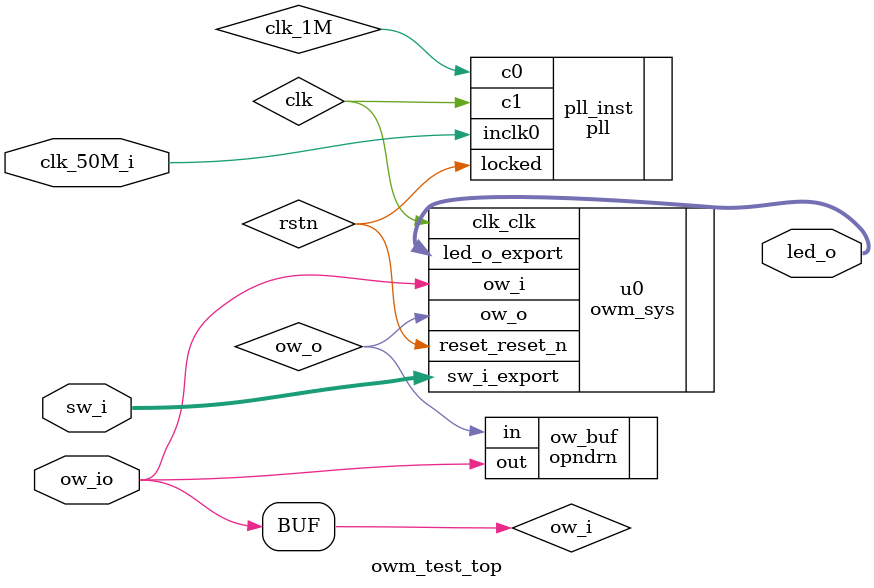
<source format=sv>

module owm_test_top (
    input        clk_50M_i ,
    output [7:0] led_o     ,
    input  [3:0] sw_i      ,
    inout        ow_io
);
    logic clk_1M;
    logic clk   ;
    logic rstn  ;

    pll pll_inst (
        .inclk0 ( clk_50M_i ),
        .c0     ( clk_1M    ),
        .c1     ( clk       ),
        .locked ( rstn      )
    );

    logic ow_i;
    logic ow_o;

    owm_sys u0 (
        .clk_clk       ( clk   ),
        .reset_reset_n ( rstn  ),

        .ow_i          ( ow_i  ),
        .ow_o          ( ow_o  ),

        .led_o_export  ( led_o ),
        .sw_i_export   ( sw_i  )
    );

    opndrn ow_buf (.in(ow_o), .out(ow_io));
    assign ow_i = ow_io;

endmodule

</source>
